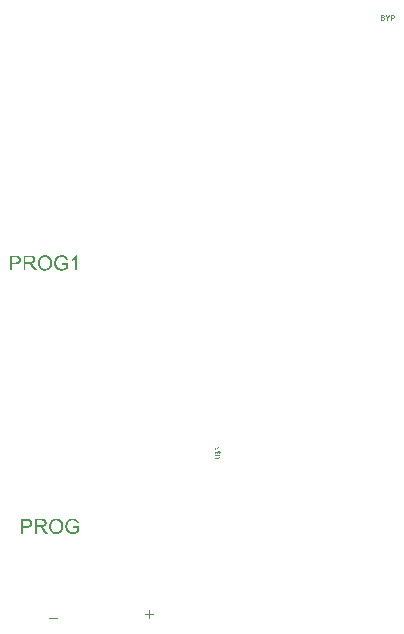
<source format=gto>
G04*
G04 #@! TF.GenerationSoftware,Altium Limited,Altium Designer,23.7.1 (13)*
G04*
G04 Layer_Color=65535*
%FSLAX25Y25*%
%MOIN*%
G70*
G04*
G04 #@! TF.SameCoordinates,D29FC0A6-615C-4A1E-A78D-E47FA92DE2CD*
G04*
G04*
G04 #@! TF.FilePolarity,Positive*
G04*
G01*
G75*
%ADD10C,0.00321*%
%ADD11C,0.00134*%
G36*
X43944Y177231D02*
X43996D01*
X44047Y177227D01*
X44113Y177222D01*
X44179Y177213D01*
X44254Y177203D01*
X44329Y177194D01*
X44493Y177161D01*
X44662Y177119D01*
X44831Y177058D01*
X44835D01*
X44849Y177049D01*
X44873Y177039D01*
X44901Y177025D01*
X44938Y177006D01*
X44980Y176988D01*
X45027Y176959D01*
X45079Y176931D01*
X45187Y176861D01*
X45300Y176781D01*
X45412Y176683D01*
X45511Y176570D01*
X45515Y176566D01*
X45520Y176556D01*
X45534Y176537D01*
X45553Y176514D01*
X45572Y176481D01*
X45595Y176448D01*
X45623Y176401D01*
X45651Y176354D01*
X45679Y176298D01*
X45712Y176237D01*
X45745Y176172D01*
X45778Y176096D01*
X45806Y176021D01*
X45839Y175937D01*
X45867Y175853D01*
X45890Y175759D01*
X45295Y175595D01*
Y175599D01*
X45290Y175613D01*
X45285Y175632D01*
X45276Y175656D01*
X45267Y175688D01*
X45253Y175726D01*
X45220Y175810D01*
X45182Y175909D01*
X45131Y176007D01*
X45079Y176101D01*
X45018Y176190D01*
Y176195D01*
X45009Y176200D01*
X44990Y176228D01*
X44948Y176265D01*
X44896Y176317D01*
X44831Y176373D01*
X44751Y176434D01*
X44652Y176490D01*
X44544Y176542D01*
X44540D01*
X44530Y176547D01*
X44512Y176556D01*
X44488Y176561D01*
X44460Y176575D01*
X44427Y176584D01*
X44385Y176594D01*
X44343Y176608D01*
X44240Y176631D01*
X44127Y176655D01*
X43996Y176669D01*
X43860Y176673D01*
X43785D01*
X43747Y176669D01*
X43700Y176664D01*
X43649D01*
X43592Y176655D01*
X43470Y176640D01*
X43344Y176612D01*
X43208Y176579D01*
X43081Y176533D01*
X43076D01*
X43067Y176528D01*
X43048Y176519D01*
X43025Y176509D01*
X42997Y176495D01*
X42968Y176476D01*
X42893Y176439D01*
X42809Y176383D01*
X42720Y176322D01*
X42631Y176251D01*
X42551Y176172D01*
Y176167D01*
X42542Y176162D01*
X42518Y176134D01*
X42481Y176087D01*
X42439Y176026D01*
X42387Y175956D01*
X42335Y175871D01*
X42284Y175782D01*
X42237Y175684D01*
Y175679D01*
X42228Y175665D01*
X42218Y175637D01*
X42209Y175604D01*
X42195Y175562D01*
X42176Y175510D01*
X42162Y175449D01*
X42143Y175384D01*
X42124Y175313D01*
X42110Y175233D01*
X42092Y175154D01*
X42077Y175065D01*
X42059Y174877D01*
X42049Y174680D01*
Y174671D01*
Y174652D01*
Y174614D01*
X42054Y174572D01*
Y174511D01*
X42063Y174446D01*
X42068Y174375D01*
X42077Y174295D01*
X42092Y174206D01*
X42106Y174117D01*
X42143Y173934D01*
X42199Y173747D01*
X42237Y173658D01*
X42274Y173569D01*
X42279Y173564D01*
X42284Y173550D01*
X42298Y173526D01*
X42317Y173494D01*
X42340Y173461D01*
X42368Y173418D01*
X42406Y173372D01*
X42443Y173320D01*
X42490Y173264D01*
X42537Y173212D01*
X42593Y173156D01*
X42654Y173100D01*
X42715Y173048D01*
X42786Y172996D01*
X42861Y172950D01*
X42940Y172907D01*
X42945D01*
X42959Y172898D01*
X42983Y172889D01*
X43015Y172874D01*
X43058Y172856D01*
X43104Y172837D01*
X43161Y172818D01*
X43222Y172799D01*
X43287Y172781D01*
X43358Y172762D01*
X43517Y172724D01*
X43686Y172701D01*
X43780Y172696D01*
X43869Y172692D01*
X43911D01*
X43944Y172696D01*
X43982D01*
X44024Y172701D01*
X44075Y172706D01*
X44132Y172710D01*
X44197Y172720D01*
X44258Y172734D01*
X44404Y172762D01*
X44549Y172799D01*
X44704Y172856D01*
X44708D01*
X44723Y172865D01*
X44741Y172874D01*
X44769Y172884D01*
X44807Y172898D01*
X44844Y172917D01*
X44934Y172959D01*
X45032Y173010D01*
X45135Y173071D01*
X45234Y173137D01*
X45323Y173203D01*
Y174131D01*
X43860D01*
Y174718D01*
X45965D01*
Y172874D01*
X45961Y172870D01*
X45942Y172856D01*
X45919Y172837D01*
X45881Y172813D01*
X45839Y172781D01*
X45783Y172743D01*
X45726Y172701D01*
X45656Y172659D01*
X45586Y172612D01*
X45506Y172565D01*
X45421Y172513D01*
X45337Y172466D01*
X45154Y172373D01*
X44962Y172293D01*
X44957D01*
X44938Y172283D01*
X44910Y172274D01*
X44873Y172265D01*
X44826Y172251D01*
X44769Y172232D01*
X44708Y172213D01*
X44638Y172199D01*
X44563Y172180D01*
X44479Y172162D01*
X44394Y172148D01*
X44300Y172129D01*
X44108Y172110D01*
X43907Y172101D01*
X43836D01*
X43785Y172105D01*
X43719Y172110D01*
X43644Y172119D01*
X43560Y172129D01*
X43466Y172138D01*
X43367Y172157D01*
X43259Y172176D01*
X43151Y172199D01*
X43034Y172232D01*
X42922Y172265D01*
X42804Y172307D01*
X42687Y172354D01*
X42575Y172410D01*
X42570Y172415D01*
X42546Y172424D01*
X42518Y172443D01*
X42476Y172466D01*
X42429Y172499D01*
X42368Y172541D01*
X42307Y172588D01*
X42237Y172640D01*
X42167Y172701D01*
X42092Y172771D01*
X42016Y172842D01*
X41941Y172926D01*
X41871Y173010D01*
X41801Y173109D01*
X41735Y173207D01*
X41674Y173315D01*
X41669Y173320D01*
X41660Y173343D01*
X41646Y173376D01*
X41627Y173418D01*
X41604Y173475D01*
X41580Y173540D01*
X41552Y173620D01*
X41524Y173705D01*
X41496Y173798D01*
X41468Y173901D01*
X41444Y174009D01*
X41421Y174127D01*
X41402Y174249D01*
X41388Y174375D01*
X41379Y174506D01*
X41374Y174643D01*
Y174652D01*
Y174675D01*
Y174713D01*
X41379Y174765D01*
X41383Y174830D01*
X41388Y174905D01*
X41397Y174990D01*
X41411Y175083D01*
X41425Y175187D01*
X41449Y175290D01*
X41472Y175402D01*
X41500Y175520D01*
X41533Y175637D01*
X41576Y175754D01*
X41622Y175876D01*
X41674Y175993D01*
X41679Y176003D01*
X41688Y176021D01*
X41707Y176054D01*
X41730Y176096D01*
X41763Y176148D01*
X41801Y176209D01*
X41848Y176275D01*
X41899Y176345D01*
X41956Y176420D01*
X42021Y176500D01*
X42092Y176575D01*
X42171Y176655D01*
X42256Y176730D01*
X42345Y176800D01*
X42443Y176866D01*
X42546Y176927D01*
X42551Y176931D01*
X42575Y176941D01*
X42603Y176955D01*
X42645Y176973D01*
X42701Y176997D01*
X42767Y177025D01*
X42837Y177053D01*
X42922Y177081D01*
X43015Y177110D01*
X43114Y177138D01*
X43222Y177166D01*
X43339Y177189D01*
X43461Y177208D01*
X43588Y177222D01*
X43719Y177231D01*
X43855Y177236D01*
X43907D01*
X43944Y177231D01*
D02*
G37*
G36*
X48981Y172185D02*
X48371D01*
Y176064D01*
X48367D01*
X48362Y176054D01*
X48348Y176045D01*
X48329Y176026D01*
X48310Y176007D01*
X48282Y175984D01*
X48217Y175932D01*
X48132Y175867D01*
X48034Y175796D01*
X47916Y175721D01*
X47790Y175642D01*
X47785D01*
X47776Y175632D01*
X47757Y175623D01*
X47729Y175609D01*
X47701Y175590D01*
X47663Y175571D01*
X47579Y175524D01*
X47476Y175473D01*
X47372Y175421D01*
X47260Y175374D01*
X47152Y175327D01*
Y175918D01*
X47157Y175923D01*
X47175Y175928D01*
X47204Y175942D01*
X47236Y175960D01*
X47283Y175984D01*
X47335Y176012D01*
X47391Y176045D01*
X47457Y176082D01*
X47593Y176167D01*
X47743Y176265D01*
X47898Y176378D01*
X48043Y176500D01*
X48048Y176505D01*
X48062Y176514D01*
X48081Y176533D01*
X48104Y176561D01*
X48137Y176589D01*
X48174Y176626D01*
X48212Y176669D01*
X48254Y176711D01*
X48343Y176814D01*
X48437Y176927D01*
X48517Y177044D01*
X48554Y177105D01*
X48587Y177166D01*
X48981D01*
Y172185D01*
D02*
G37*
G36*
X33514Y177142D02*
X33575D01*
X33645Y177138D01*
X33724Y177128D01*
X33884Y177114D01*
X34053Y177091D01*
X34212Y177058D01*
X34287Y177034D01*
X34353Y177011D01*
X34358D01*
X34367Y177006D01*
X34386Y176997D01*
X34409Y176988D01*
X34442Y176969D01*
X34475Y176950D01*
X34555Y176903D01*
X34639Y176838D01*
X34733Y176758D01*
X34780Y176706D01*
X34822Y176655D01*
X34864Y176598D01*
X34906Y176537D01*
X34911Y176533D01*
X34916Y176523D01*
X34925Y176505D01*
X34939Y176476D01*
X34953Y176448D01*
X34972Y176411D01*
X34991Y176364D01*
X35014Y176317D01*
X35033Y176265D01*
X35052Y176209D01*
X35085Y176082D01*
X35108Y175942D01*
X35118Y175867D01*
Y175792D01*
Y175787D01*
Y175768D01*
Y175740D01*
X35113Y175703D01*
X35108Y175660D01*
X35099Y175604D01*
X35089Y175548D01*
X35075Y175482D01*
X35056Y175416D01*
X35033Y175341D01*
X35005Y175271D01*
X34972Y175196D01*
X34935Y175121D01*
X34888Y175046D01*
X34836Y174971D01*
X34775Y174900D01*
X34770Y174896D01*
X34761Y174886D01*
X34738Y174868D01*
X34709Y174844D01*
X34672Y174816D01*
X34630Y174783D01*
X34578Y174746D01*
X34512Y174708D01*
X34442Y174671D01*
X34367Y174633D01*
X34278Y174591D01*
X34184Y174558D01*
X34081Y174521D01*
X33968Y174493D01*
X33847Y174464D01*
X33715Y174446D01*
X33720D01*
X33724Y174441D01*
X33739Y174432D01*
X33757Y174422D01*
X33804Y174399D01*
X33865Y174366D01*
X33926Y174328D01*
X33997Y174286D01*
X34058Y174244D01*
X34114Y174197D01*
X34119Y174192D01*
X34128Y174183D01*
X34142Y174169D01*
X34161Y174150D01*
X34189Y174122D01*
X34217Y174094D01*
X34250Y174056D01*
X34287Y174014D01*
X34372Y173920D01*
X34466Y173808D01*
X34559Y173676D01*
X34658Y173536D01*
X35516Y172185D01*
X34695D01*
X34039Y173217D01*
X34034Y173222D01*
X34025Y173236D01*
X34011Y173259D01*
X33992Y173292D01*
X33968Y173329D01*
X33940Y173372D01*
X33875Y173470D01*
X33800Y173578D01*
X33720Y173690D01*
X33640Y173798D01*
X33603Y173850D01*
X33565Y173897D01*
Y173901D01*
X33556Y173906D01*
X33532Y173934D01*
X33499Y173977D01*
X33452Y174028D01*
X33401Y174084D01*
X33345Y174141D01*
X33284Y174188D01*
X33227Y174230D01*
X33223Y174234D01*
X33204Y174244D01*
X33176Y174263D01*
X33138Y174281D01*
X33091Y174305D01*
X33040Y174328D01*
X32988Y174347D01*
X32932Y174361D01*
X32927D01*
X32908Y174366D01*
X32885Y174371D01*
X32843Y174375D01*
X32791Y174380D01*
X32730Y174385D01*
X32655Y174389D01*
X31806D01*
Y172185D01*
X31150D01*
Y177147D01*
X33457D01*
X33514Y177142D01*
D02*
G37*
G36*
X28556D02*
X28669D01*
X28786Y177133D01*
X28913Y177124D01*
X29035Y177114D01*
X29091Y177105D01*
X29142Y177095D01*
X29147D01*
X29157Y177091D01*
X29180D01*
X29203Y177081D01*
X29236Y177077D01*
X29269Y177067D01*
X29358Y177044D01*
X29452Y177011D01*
X29555Y176973D01*
X29658Y176922D01*
X29752Y176866D01*
X29757D01*
X29761Y176856D01*
X29776Y176847D01*
X29794Y176833D01*
X29836Y176795D01*
X29897Y176744D01*
X29959Y176673D01*
X30024Y176594D01*
X30090Y176495D01*
X30151Y176387D01*
Y176383D01*
X30155Y176373D01*
X30165Y176354D01*
X30174Y176331D01*
X30188Y176303D01*
X30198Y176270D01*
X30212Y176233D01*
X30231Y176186D01*
X30259Y176087D01*
X30282Y175970D01*
X30301Y175843D01*
X30305Y175707D01*
Y175698D01*
Y175679D01*
X30301Y175646D01*
Y175599D01*
X30291Y175548D01*
X30282Y175482D01*
X30273Y175412D01*
X30254Y175337D01*
X30235Y175252D01*
X30207Y175168D01*
X30174Y175079D01*
X30137Y174990D01*
X30090Y174900D01*
X30033Y174811D01*
X29972Y174722D01*
X29902Y174638D01*
X29897Y174633D01*
X29883Y174619D01*
X29860Y174596D01*
X29822Y174572D01*
X29776Y174535D01*
X29719Y174502D01*
X29649Y174460D01*
X29569Y174422D01*
X29475Y174380D01*
X29368Y174338D01*
X29250Y174305D01*
X29119Y174272D01*
X28969Y174244D01*
X28809Y174221D01*
X28636Y174206D01*
X28444Y174202D01*
X27173D01*
Y172185D01*
X26516D01*
Y177147D01*
X28509D01*
X28556Y177142D01*
D02*
G37*
G36*
X38438Y177231D02*
X38494Y177227D01*
X38565Y177217D01*
X38644Y177208D01*
X38733Y177194D01*
X38827Y177175D01*
X38926Y177156D01*
X39029Y177128D01*
X39132Y177095D01*
X39240Y177058D01*
X39348Y177011D01*
X39456Y176964D01*
X39559Y176903D01*
X39564Y176899D01*
X39582Y176889D01*
X39610Y176870D01*
X39648Y176842D01*
X39695Y176809D01*
X39751Y176767D01*
X39808Y176720D01*
X39873Y176664D01*
X39939Y176603D01*
X40009Y176537D01*
X40080Y176462D01*
X40150Y176378D01*
X40216Y176289D01*
X40281Y176195D01*
X40347Y176096D01*
X40403Y175989D01*
X40408Y175984D01*
X40417Y175960D01*
X40431Y175928D01*
X40450Y175885D01*
X40469Y175829D01*
X40497Y175763D01*
X40520Y175688D01*
X40549Y175604D01*
X40577Y175510D01*
X40600Y175407D01*
X40628Y175294D01*
X40647Y175177D01*
X40666Y175055D01*
X40680Y174929D01*
X40689Y174793D01*
X40694Y174657D01*
Y174647D01*
Y174624D01*
Y174582D01*
X40689Y174530D01*
X40685Y174464D01*
X40680Y174385D01*
X40670Y174300D01*
X40656Y174206D01*
X40638Y174103D01*
X40619Y173995D01*
X40595Y173883D01*
X40562Y173770D01*
X40530Y173653D01*
X40488Y173536D01*
X40441Y173418D01*
X40384Y173306D01*
X40380Y173301D01*
X40370Y173278D01*
X40352Y173250D01*
X40328Y173207D01*
X40295Y173161D01*
X40258Y173100D01*
X40216Y173039D01*
X40164Y172968D01*
X40103Y172898D01*
X40042Y172823D01*
X39967Y172748D01*
X39892Y172673D01*
X39808Y172602D01*
X39718Y172532D01*
X39625Y172466D01*
X39521Y172405D01*
X39517Y172401D01*
X39498Y172391D01*
X39465Y172377D01*
X39423Y172359D01*
X39371Y172335D01*
X39310Y172307D01*
X39240Y172283D01*
X39160Y172255D01*
X39076Y172222D01*
X38982Y172199D01*
X38884Y172171D01*
X38776Y172148D01*
X38668Y172129D01*
X38555Y172115D01*
X38438Y172105D01*
X38316Y172101D01*
X38283D01*
X38246Y172105D01*
X38199D01*
X38138Y172110D01*
X38063Y172119D01*
X37983Y172129D01*
X37894Y172143D01*
X37800Y172162D01*
X37702Y172185D01*
X37594Y172208D01*
X37491Y172241D01*
X37383Y172283D01*
X37270Y172326D01*
X37162Y172377D01*
X37059Y172438D01*
X37054Y172443D01*
X37036Y172452D01*
X37007Y172471D01*
X36970Y172499D01*
X36923Y172537D01*
X36871Y172574D01*
X36811Y172626D01*
X36750Y172682D01*
X36684Y172743D01*
X36614Y172813D01*
X36543Y172889D01*
X36478Y172973D01*
X36407Y173057D01*
X36342Y173156D01*
X36281Y173254D01*
X36224Y173362D01*
X36220Y173367D01*
X36210Y173390D01*
X36196Y173418D01*
X36182Y173465D01*
X36159Y173517D01*
X36135Y173583D01*
X36112Y173658D01*
X36084Y173737D01*
X36055Y173827D01*
X36032Y173920D01*
X36009Y174023D01*
X35985Y174131D01*
X35971Y174244D01*
X35957Y174361D01*
X35948Y174478D01*
X35943Y174600D01*
Y174605D01*
Y174614D01*
Y174633D01*
Y174657D01*
X35948Y174685D01*
Y174718D01*
X35952Y174760D01*
Y174802D01*
X35962Y174910D01*
X35976Y175027D01*
X35999Y175159D01*
X36027Y175304D01*
X36060Y175459D01*
X36102Y175613D01*
X36159Y175773D01*
X36224Y175937D01*
X36299Y176096D01*
X36384Y176251D01*
X36487Y176397D01*
X36604Y176533D01*
X36614Y176542D01*
X36637Y176561D01*
X36674Y176598D01*
X36726Y176640D01*
X36792Y176697D01*
X36871Y176753D01*
X36965Y176819D01*
X37069Y176884D01*
X37186Y176950D01*
X37317Y177016D01*
X37458Y177072D01*
X37608Y177128D01*
X37772Y177171D01*
X37946Y177208D01*
X38128Y177227D01*
X38321Y177236D01*
X38386D01*
X38438Y177231D01*
D02*
G37*
G36*
X47664Y89456D02*
X47716D01*
X47767Y89451D01*
X47833Y89446D01*
X47899Y89437D01*
X47974Y89428D01*
X48049Y89418D01*
X48213Y89385D01*
X48382Y89343D01*
X48551Y89282D01*
X48555D01*
X48569Y89273D01*
X48593Y89263D01*
X48621Y89249D01*
X48658Y89231D01*
X48701Y89212D01*
X48748Y89184D01*
X48799Y89156D01*
X48907Y89085D01*
X49020Y89006D01*
X49132Y88907D01*
X49231Y88794D01*
X49235Y88790D01*
X49240Y88780D01*
X49254Y88762D01*
X49273Y88738D01*
X49292Y88705D01*
X49315Y88673D01*
X49343Y88626D01*
X49371Y88579D01*
X49400Y88522D01*
X49432Y88461D01*
X49465Y88396D01*
X49498Y88321D01*
X49526Y88246D01*
X49559Y88161D01*
X49587Y88077D01*
X49611Y87983D01*
X49015Y87819D01*
Y87824D01*
X49010Y87838D01*
X49005Y87856D01*
X48996Y87880D01*
X48987Y87913D01*
X48973Y87950D01*
X48940Y88035D01*
X48902Y88133D01*
X48851Y88232D01*
X48799Y88325D01*
X48738Y88415D01*
Y88419D01*
X48729Y88424D01*
X48710Y88452D01*
X48668Y88490D01*
X48616Y88541D01*
X48551Y88598D01*
X48471Y88658D01*
X48372Y88715D01*
X48265Y88766D01*
X48260D01*
X48250Y88771D01*
X48232Y88780D01*
X48208Y88785D01*
X48180Y88799D01*
X48147Y88809D01*
X48105Y88818D01*
X48063Y88832D01*
X47960Y88855D01*
X47847Y88879D01*
X47716Y88893D01*
X47580Y88898D01*
X47505D01*
X47467Y88893D01*
X47420Y88888D01*
X47369D01*
X47313Y88879D01*
X47190Y88865D01*
X47064Y88837D01*
X46928Y88804D01*
X46801Y88757D01*
X46797D01*
X46787Y88752D01*
X46768Y88743D01*
X46745Y88734D01*
X46717Y88719D01*
X46689Y88701D01*
X46614Y88663D01*
X46529Y88607D01*
X46440Y88546D01*
X46351Y88476D01*
X46271Y88396D01*
Y88391D01*
X46262Y88386D01*
X46238Y88358D01*
X46201Y88311D01*
X46159Y88250D01*
X46107Y88180D01*
X46055Y88096D01*
X46004Y88007D01*
X45957Y87908D01*
Y87903D01*
X45948Y87889D01*
X45938Y87861D01*
X45929Y87828D01*
X45915Y87786D01*
X45896Y87735D01*
X45882Y87673D01*
X45863Y87608D01*
X45845Y87537D01*
X45830Y87458D01*
X45812Y87378D01*
X45798Y87289D01*
X45779Y87101D01*
X45769Y86904D01*
Y86895D01*
Y86876D01*
Y86839D01*
X45774Y86796D01*
Y86735D01*
X45783Y86670D01*
X45788Y86599D01*
X45798Y86520D01*
X45812Y86431D01*
X45826Y86342D01*
X45863Y86159D01*
X45919Y85971D01*
X45957Y85882D01*
X45995Y85793D01*
X45999Y85788D01*
X46004Y85774D01*
X46018Y85751D01*
X46037Y85718D01*
X46060Y85685D01*
X46088Y85643D01*
X46126Y85596D01*
X46163Y85544D01*
X46210Y85488D01*
X46257Y85436D01*
X46314Y85380D01*
X46374Y85324D01*
X46435Y85272D01*
X46506Y85221D01*
X46581Y85174D01*
X46661Y85132D01*
X46665D01*
X46679Y85122D01*
X46703Y85113D01*
X46736Y85099D01*
X46778Y85080D01*
X46825Y85061D01*
X46881Y85042D01*
X46942Y85024D01*
X47008Y85005D01*
X47078Y84986D01*
X47237Y84949D01*
X47406Y84925D01*
X47500Y84921D01*
X47589Y84916D01*
X47631D01*
X47664Y84921D01*
X47702D01*
X47744Y84925D01*
X47796Y84930D01*
X47852Y84935D01*
X47918Y84944D01*
X47978Y84958D01*
X48124Y84986D01*
X48269Y85024D01*
X48424Y85080D01*
X48429D01*
X48443Y85089D01*
X48461Y85099D01*
X48490Y85108D01*
X48527Y85122D01*
X48565Y85141D01*
X48654Y85183D01*
X48752Y85235D01*
X48856Y85296D01*
X48954Y85361D01*
X49043Y85427D01*
Y86356D01*
X47580D01*
Y86942D01*
X49686D01*
Y85099D01*
X49681Y85094D01*
X49662Y85080D01*
X49639Y85061D01*
X49601Y85038D01*
X49559Y85005D01*
X49503Y84967D01*
X49446Y84925D01*
X49376Y84883D01*
X49306Y84836D01*
X49226Y84789D01*
X49142Y84738D01*
X49057Y84691D01*
X48874Y84597D01*
X48682Y84517D01*
X48677D01*
X48658Y84508D01*
X48630Y84498D01*
X48593Y84489D01*
X48546Y84475D01*
X48490Y84456D01*
X48429Y84437D01*
X48358Y84423D01*
X48283Y84405D01*
X48199Y84386D01*
X48114Y84372D01*
X48021Y84353D01*
X47828Y84334D01*
X47627Y84325D01*
X47556D01*
X47505Y84329D01*
X47439Y84334D01*
X47364Y84344D01*
X47280Y84353D01*
X47186Y84362D01*
X47087Y84381D01*
X46979Y84400D01*
X46872Y84423D01*
X46754Y84456D01*
X46642Y84489D01*
X46525Y84531D01*
X46407Y84578D01*
X46295Y84634D01*
X46290Y84639D01*
X46267Y84649D01*
X46238Y84667D01*
X46196Y84691D01*
X46149Y84724D01*
X46088Y84766D01*
X46027Y84813D01*
X45957Y84864D01*
X45887Y84925D01*
X45812Y84996D01*
X45737Y85066D01*
X45662Y85150D01*
X45591Y85235D01*
X45521Y85333D01*
X45455Y85432D01*
X45394Y85540D01*
X45390Y85544D01*
X45380Y85568D01*
X45366Y85601D01*
X45347Y85643D01*
X45324Y85699D01*
X45300Y85765D01*
X45272Y85844D01*
X45244Y85929D01*
X45216Y86023D01*
X45188Y86126D01*
X45164Y86234D01*
X45141Y86351D01*
X45122Y86473D01*
X45108Y86599D01*
X45099Y86731D01*
X45094Y86867D01*
Y86876D01*
Y86900D01*
Y86937D01*
X45099Y86989D01*
X45103Y87054D01*
X45108Y87129D01*
X45118Y87214D01*
X45132Y87308D01*
X45146Y87411D01*
X45169Y87514D01*
X45193Y87627D01*
X45221Y87744D01*
X45254Y87861D01*
X45296Y87978D01*
X45343Y88100D01*
X45394Y88218D01*
X45399Y88227D01*
X45408Y88246D01*
X45427Y88279D01*
X45450Y88321D01*
X45483Y88372D01*
X45521Y88433D01*
X45568Y88499D01*
X45619Y88569D01*
X45676Y88644D01*
X45741Y88724D01*
X45812Y88799D01*
X45891Y88879D01*
X45976Y88954D01*
X46065Y89024D01*
X46163Y89090D01*
X46267Y89151D01*
X46271Y89156D01*
X46295Y89165D01*
X46323Y89179D01*
X46365Y89198D01*
X46421Y89221D01*
X46487Y89249D01*
X46557Y89277D01*
X46642Y89306D01*
X46736Y89334D01*
X46834Y89362D01*
X46942Y89390D01*
X47059Y89413D01*
X47181Y89432D01*
X47308Y89446D01*
X47439Y89456D01*
X47575Y89460D01*
X47627D01*
X47664Y89456D01*
D02*
G37*
G36*
X37234Y89367D02*
X37295D01*
X37365Y89362D01*
X37445Y89353D01*
X37604Y89338D01*
X37773Y89315D01*
X37933Y89282D01*
X38008Y89259D01*
X38073Y89235D01*
X38078D01*
X38087Y89231D01*
X38106Y89221D01*
X38129Y89212D01*
X38162Y89193D01*
X38195Y89174D01*
X38275Y89127D01*
X38359Y89062D01*
X38453Y88982D01*
X38500Y88930D01*
X38542Y88879D01*
X38584Y88823D01*
X38627Y88762D01*
X38631Y88757D01*
X38636Y88748D01*
X38645Y88729D01*
X38659Y88701D01*
X38673Y88673D01*
X38692Y88635D01*
X38711Y88588D01*
X38734Y88541D01*
X38753Y88490D01*
X38772Y88433D01*
X38805Y88307D01*
X38828Y88166D01*
X38838Y88091D01*
Y88016D01*
Y88011D01*
Y87992D01*
Y87964D01*
X38833Y87927D01*
X38828Y87885D01*
X38819Y87828D01*
X38809Y87772D01*
X38795Y87706D01*
X38777Y87641D01*
X38753Y87566D01*
X38725Y87495D01*
X38692Y87420D01*
X38655Y87345D01*
X38608Y87270D01*
X38556Y87195D01*
X38495Y87125D01*
X38491Y87120D01*
X38481Y87111D01*
X38458Y87092D01*
X38430Y87068D01*
X38392Y87040D01*
X38350Y87007D01*
X38298Y86970D01*
X38233Y86932D01*
X38162Y86895D01*
X38087Y86857D01*
X37998Y86815D01*
X37904Y86782D01*
X37801Y86745D01*
X37689Y86717D01*
X37567Y86689D01*
X37435Y86670D01*
X37440D01*
X37445Y86665D01*
X37459Y86656D01*
X37477Y86646D01*
X37524Y86623D01*
X37585Y86590D01*
X37646Y86553D01*
X37717Y86510D01*
X37778Y86468D01*
X37834Y86421D01*
X37839Y86417D01*
X37848Y86407D01*
X37862Y86393D01*
X37881Y86374D01*
X37909Y86346D01*
X37937Y86318D01*
X37970Y86281D01*
X38008Y86238D01*
X38092Y86145D01*
X38186Y86032D01*
X38280Y85901D01*
X38378Y85760D01*
X39236Y84409D01*
X38416D01*
X37759Y85441D01*
X37754Y85446D01*
X37745Y85460D01*
X37731Y85483D01*
X37712Y85516D01*
X37689Y85554D01*
X37660Y85596D01*
X37595Y85694D01*
X37520Y85802D01*
X37440Y85915D01*
X37360Y86023D01*
X37323Y86074D01*
X37285Y86121D01*
Y86126D01*
X37276Y86130D01*
X37252Y86159D01*
X37220Y86201D01*
X37173Y86252D01*
X37121Y86309D01*
X37065Y86365D01*
X37004Y86412D01*
X36948Y86454D01*
X36943Y86459D01*
X36924Y86468D01*
X36896Y86487D01*
X36858Y86506D01*
X36812Y86529D01*
X36760Y86553D01*
X36708Y86571D01*
X36652Y86585D01*
X36647D01*
X36629Y86590D01*
X36605Y86595D01*
X36563Y86599D01*
X36511Y86604D01*
X36450Y86609D01*
X36375Y86614D01*
X35526D01*
Y84409D01*
X34870D01*
Y89371D01*
X37177D01*
X37234Y89367D01*
D02*
G37*
G36*
X32276D02*
X32389D01*
X32506Y89357D01*
X32633Y89348D01*
X32755Y89338D01*
X32811Y89329D01*
X32863Y89320D01*
X32867D01*
X32877Y89315D01*
X32900D01*
X32923Y89306D01*
X32956Y89301D01*
X32989Y89292D01*
X33078Y89268D01*
X33172Y89235D01*
X33275Y89198D01*
X33378Y89146D01*
X33472Y89090D01*
X33477D01*
X33482Y89081D01*
X33496Y89071D01*
X33514Y89057D01*
X33557Y89020D01*
X33618Y88968D01*
X33679Y88898D01*
X33744Y88818D01*
X33810Y88719D01*
X33871Y88612D01*
Y88607D01*
X33876Y88598D01*
X33885Y88579D01*
X33894Y88555D01*
X33908Y88527D01*
X33918Y88494D01*
X33932Y88457D01*
X33951Y88410D01*
X33979Y88311D01*
X34002Y88194D01*
X34021Y88068D01*
X34026Y87932D01*
Y87922D01*
Y87903D01*
X34021Y87871D01*
Y87824D01*
X34012Y87772D01*
X34002Y87706D01*
X33993Y87636D01*
X33974Y87561D01*
X33955Y87476D01*
X33927Y87392D01*
X33894Y87303D01*
X33857Y87214D01*
X33810Y87125D01*
X33754Y87036D01*
X33693Y86947D01*
X33622Y86862D01*
X33618Y86857D01*
X33604Y86843D01*
X33580Y86820D01*
X33543Y86796D01*
X33496Y86759D01*
X33439Y86726D01*
X33369Y86684D01*
X33289Y86646D01*
X33195Y86604D01*
X33088Y86562D01*
X32970Y86529D01*
X32839Y86496D01*
X32689Y86468D01*
X32530Y86445D01*
X32356Y86431D01*
X32164Y86426D01*
X30893D01*
Y84409D01*
X30236D01*
Y89371D01*
X32229D01*
X32276Y89367D01*
D02*
G37*
G36*
X42158Y89456D02*
X42214Y89451D01*
X42285Y89442D01*
X42364Y89432D01*
X42454Y89418D01*
X42547Y89399D01*
X42646Y89381D01*
X42749Y89353D01*
X42852Y89320D01*
X42960Y89282D01*
X43068Y89235D01*
X43176Y89188D01*
X43279Y89127D01*
X43284Y89123D01*
X43303Y89113D01*
X43331Y89095D01*
X43368Y89066D01*
X43415Y89034D01*
X43471Y88991D01*
X43528Y88945D01*
X43593Y88888D01*
X43659Y88827D01*
X43729Y88762D01*
X43800Y88687D01*
X43870Y88602D01*
X43936Y88513D01*
X44001Y88419D01*
X44067Y88321D01*
X44123Y88213D01*
X44128Y88208D01*
X44137Y88185D01*
X44151Y88152D01*
X44170Y88110D01*
X44189Y88053D01*
X44217Y87988D01*
X44240Y87913D01*
X44269Y87828D01*
X44297Y87735D01*
X44320Y87631D01*
X44348Y87519D01*
X44367Y87401D01*
X44386Y87280D01*
X44400Y87153D01*
X44409Y87017D01*
X44414Y86881D01*
Y86871D01*
Y86848D01*
Y86806D01*
X44409Y86754D01*
X44405Y86689D01*
X44400Y86609D01*
X44391Y86524D01*
X44377Y86431D01*
X44358Y86327D01*
X44339Y86220D01*
X44315Y86107D01*
X44283Y85994D01*
X44250Y85877D01*
X44208Y85760D01*
X44161Y85643D01*
X44104Y85530D01*
X44100Y85526D01*
X44090Y85502D01*
X44072Y85474D01*
X44048Y85432D01*
X44015Y85385D01*
X43978Y85324D01*
X43936Y85263D01*
X43884Y85193D01*
X43823Y85122D01*
X43762Y85047D01*
X43687Y84972D01*
X43612Y84897D01*
X43528Y84827D01*
X43439Y84756D01*
X43345Y84691D01*
X43242Y84630D01*
X43237Y84625D01*
X43218Y84616D01*
X43185Y84602D01*
X43143Y84583D01*
X43091Y84559D01*
X43031Y84531D01*
X42960Y84508D01*
X42880Y84480D01*
X42796Y84447D01*
X42702Y84423D01*
X42604Y84395D01*
X42496Y84372D01*
X42388Y84353D01*
X42275Y84339D01*
X42158Y84329D01*
X42036Y84325D01*
X42003D01*
X41966Y84329D01*
X41919D01*
X41858Y84334D01*
X41783Y84344D01*
X41703Y84353D01*
X41614Y84367D01*
X41520Y84386D01*
X41422Y84409D01*
X41314Y84433D01*
X41211Y84466D01*
X41103Y84508D01*
X40990Y84550D01*
X40883Y84602D01*
X40779Y84662D01*
X40775Y84667D01*
X40756Y84677D01*
X40728Y84695D01*
X40690Y84724D01*
X40643Y84761D01*
X40592Y84799D01*
X40531Y84850D01*
X40470Y84906D01*
X40404Y84967D01*
X40334Y85038D01*
X40263Y85113D01*
X40198Y85197D01*
X40127Y85282D01*
X40062Y85380D01*
X40001Y85479D01*
X39944Y85587D01*
X39940Y85591D01*
X39930Y85615D01*
X39916Y85643D01*
X39902Y85690D01*
X39879Y85741D01*
X39855Y85807D01*
X39832Y85882D01*
X39804Y85962D01*
X39776Y86051D01*
X39752Y86145D01*
X39729Y86248D01*
X39705Y86356D01*
X39691Y86468D01*
X39677Y86585D01*
X39668Y86703D01*
X39663Y86825D01*
Y86829D01*
Y86839D01*
Y86857D01*
Y86881D01*
X39668Y86909D01*
Y86942D01*
X39672Y86984D01*
Y87026D01*
X39682Y87134D01*
X39696Y87251D01*
X39719Y87383D01*
X39748Y87528D01*
X39780Y87683D01*
X39823Y87838D01*
X39879Y87997D01*
X39944Y88161D01*
X40020Y88321D01*
X40104Y88476D01*
X40207Y88621D01*
X40324Y88757D01*
X40334Y88766D01*
X40357Y88785D01*
X40395Y88823D01*
X40446Y88865D01*
X40512Y88921D01*
X40592Y88977D01*
X40685Y89043D01*
X40789Y89109D01*
X40906Y89174D01*
X41037Y89240D01*
X41178Y89296D01*
X41328Y89353D01*
X41492Y89395D01*
X41666Y89432D01*
X41849Y89451D01*
X42041Y89460D01*
X42107D01*
X42158Y89456D01*
D02*
G37*
G36*
X96218Y113188D02*
X96232Y113186D01*
X96250Y113184D01*
X96272Y113181D01*
X96294Y113175D01*
X96320Y113170D01*
X96346Y113162D01*
X96375Y113152D01*
X96403Y113139D01*
X96434Y113125D01*
X96464Y113107D01*
X96492Y113087D01*
X96522Y113063D01*
X96549Y113036D01*
X96551Y113034D01*
X96555Y113029D01*
X96562Y113021D01*
X96571Y113009D01*
X96582Y112994D01*
X96594Y112976D01*
X96608Y112955D01*
X96621Y112931D01*
X96635Y112906D01*
X96648Y112875D01*
X96660Y112844D01*
X96671Y112811D01*
X96680Y112775D01*
X96687Y112736D01*
X96692Y112696D01*
X96693Y112654D01*
Y112645D01*
X96692Y112634D01*
Y112619D01*
X96688Y112601D01*
X96687Y112580D01*
X96683Y112557D01*
X96678Y112532D01*
X96671Y112505D01*
X96663Y112478D01*
X96653Y112448D01*
X96640Y112419D01*
X96627Y112391D01*
X96610Y112361D01*
X96591Y112334D01*
X96570Y112307D01*
X96569Y112305D01*
X96564Y112301D01*
X96557Y112294D01*
X96548Y112285D01*
X96535Y112274D01*
X96521Y112262D01*
X96503Y112250D01*
X96483Y112235D01*
X96460Y112222D01*
X96437Y112208D01*
X96409Y112195D01*
X96381Y112182D01*
X96350Y112172D01*
X96316Y112162D01*
X96282Y112154D01*
X96246Y112150D01*
X96220Y112345D01*
X96222D01*
X96228Y112346D01*
X96236Y112347D01*
X96248Y112350D01*
X96261Y112355D01*
X96276Y112359D01*
X96294Y112364D01*
X96312Y112372D01*
X96351Y112387D01*
X96390Y112406D01*
X96428Y112430D01*
X96444Y112442D01*
X96459Y112457D01*
X96460Y112459D01*
X96462Y112461D01*
X96465Y112466D01*
X96469Y112472D01*
X96475Y112479D01*
X96482Y112488D01*
X96487Y112501D01*
X96495Y112513D01*
X96509Y112541D01*
X96519Y112575D01*
X96528Y112613D01*
X96530Y112634D01*
X96531Y112655D01*
Y112669D01*
X96530Y112678D01*
X96528Y112689D01*
X96526Y112703D01*
X96523Y112720D01*
X96519Y112736D01*
X96509Y112772D01*
X96500Y112792D01*
X96491Y112811D01*
X96480Y112830D01*
X96468Y112850D01*
X96453Y112870D01*
X96437Y112888D01*
X96435Y112889D01*
X96432Y112892D01*
X96428Y112897D01*
X96420Y112902D01*
X96409Y112910D01*
X96399Y112917D01*
X96386Y112926D01*
X96372Y112935D01*
X96355Y112943D01*
X96337Y112952D01*
X96318Y112960D01*
X96297Y112967D01*
X96275Y112973D01*
X96252Y112978D01*
X96227Y112980D01*
X96201Y112982D01*
X96200D01*
X96195D01*
X96188D01*
X96179Y112980D01*
X96168Y112979D01*
X96154Y112978D01*
X96140Y112975D01*
X96123Y112971D01*
X96088Y112961D01*
X96070Y112953D01*
X96051Y112944D01*
X96033Y112934D01*
X96015Y112924D01*
X95997Y112908D01*
X95981Y112893D01*
X95979Y112892D01*
X95976Y112889D01*
X95973Y112884D01*
X95967Y112879D01*
X95961Y112870D01*
X95954Y112859D01*
X95944Y112847D01*
X95937Y112833D01*
X95929Y112817D01*
X95920Y112801D01*
X95907Y112763D01*
X95901Y112742D01*
X95897Y112720D01*
X95895Y112696D01*
X95894Y112670D01*
Y112661D01*
X95895Y112649D01*
X95897Y112633D01*
X95898Y112613D01*
X95903Y112589D01*
X95907Y112564D01*
X95915Y112533D01*
X95744Y112555D01*
Y112557D01*
X95745Y112566D01*
X95746Y112575D01*
Y112598D01*
X95745Y112607D01*
Y112618D01*
X95744Y112631D01*
X95740Y112645D01*
X95739Y112661D01*
X95730Y112696D01*
X95719Y112733D01*
X95703Y112772D01*
X95694Y112790D01*
X95682Y112810D01*
X95680Y112811D01*
X95679Y112814D01*
X95675Y112819D01*
X95670Y112826D01*
X95662Y112833D01*
X95653Y112841D01*
X95644Y112850D01*
X95632Y112861D01*
X95619Y112870D01*
X95604Y112879D01*
X95587Y112886D01*
X95569Y112895D01*
X95550Y112901D01*
X95529Y112906D01*
X95505Y112908D01*
X95481Y112910D01*
X95480D01*
X95477D01*
X95470D01*
X95463Y112908D01*
X95454D01*
X95443Y112906D01*
X95420Y112901D01*
X95391Y112892D01*
X95361Y112879D01*
X95346Y112871D01*
X95332Y112861D01*
X95318Y112850D01*
X95304Y112837D01*
X95302Y112835D01*
X95301Y112833D01*
X95298Y112829D01*
X95293Y112823D01*
X95288Y112817D01*
X95281Y112808D01*
X95268Y112787D01*
X95256Y112760D01*
X95244Y112727D01*
X95236Y112691D01*
X95234Y112671D01*
Y112640D01*
X95235Y112631D01*
Y112622D01*
X95236Y112610D01*
X95243Y112584D01*
X95252Y112555D01*
X95263Y112522D01*
X95281Y112490D01*
X95293Y112475D01*
X95306Y112460D01*
X95307Y112459D01*
X95309Y112457D01*
X95313Y112452D01*
X95319Y112448D01*
X95327Y112442D01*
X95336Y112434D01*
X95346Y112428D01*
X95358Y112419D01*
X95373Y112412D01*
X95388Y112403D01*
X95406Y112396D01*
X95425Y112388D01*
X95446Y112381D01*
X95469Y112374D01*
X95493Y112369D01*
X95518Y112364D01*
X95484Y112169D01*
X95481D01*
X95475Y112171D01*
X95464Y112173D01*
X95452Y112177D01*
X95436Y112181D01*
X95416Y112187D01*
X95395Y112193D01*
X95373Y112202D01*
X95349Y112213D01*
X95325Y112223D01*
X95300Y112236D01*
X95274Y112251D01*
X95249Y112268D01*
X95224Y112286D01*
X95202Y112307D01*
X95181Y112329D01*
X95179Y112331D01*
X95177Y112336D01*
X95170Y112343D01*
X95165Y112352D01*
X95156Y112365D01*
X95147Y112381D01*
X95138Y112397D01*
X95127Y112417D01*
X95117Y112439D01*
X95108Y112463D01*
X95099Y112488D01*
X95090Y112517D01*
X95083Y112547D01*
X95078Y112578D01*
X95074Y112611D01*
X95073Y112646D01*
Y112658D01*
X95074Y112669D01*
Y112679D01*
X95076Y112692D01*
X95078Y112707D01*
X95081Y112724D01*
X95086Y112761D01*
X95097Y112801D01*
X95110Y112843D01*
X95130Y112884D01*
Y112886D01*
X95133Y112889D01*
X95136Y112895D01*
X95140Y112902D01*
X95147Y112911D01*
X95152Y112922D01*
X95169Y112946D01*
X95192Y112973D01*
X95217Y113002D01*
X95247Y113029D01*
X95281Y113052D01*
X95283D01*
X95286Y113056D01*
X95290Y113058D01*
X95298Y113061D01*
X95307Y113066D01*
X95318Y113070D01*
X95329Y113076D01*
X95343Y113083D01*
X95373Y113093D01*
X95407Y113102D01*
X95445Y113108D01*
X95486Y113111D01*
X95487D01*
X95490D01*
X95496D01*
X95503Y113110D01*
X95512D01*
X95523Y113108D01*
X95547Y113103D01*
X95577Y113098D01*
X95609Y113087D01*
X95641Y113074D01*
X95673Y113056D01*
X95675D01*
X95676Y113052D01*
X95680Y113049D01*
X95687Y113045D01*
X95701Y113033D01*
X95721Y113015D01*
X95742Y112991D01*
X95764Y112962D01*
X95787Y112929D01*
X95806Y112892D01*
Y112893D01*
X95808Y112898D01*
X95810Y112906D01*
X95812Y112916D01*
X95817Y112926D01*
X95823Y112942D01*
X95829Y112957D01*
X95835Y112973D01*
X95855Y113007D01*
X95877Y113043D01*
X95890Y113061D01*
X95907Y113080D01*
X95924Y113096D01*
X95942Y113111D01*
X95943Y113112D01*
X95946Y113114D01*
X95952Y113119D01*
X95960Y113123D01*
X95970Y113129D01*
X95982Y113135D01*
X95995Y113143D01*
X96012Y113150D01*
X96030Y113157D01*
X96049Y113165D01*
X96070Y113171D01*
X96093Y113177D01*
X96117Y113181D01*
X96143Y113186D01*
X96170Y113188D01*
X96198Y113189D01*
X96201D01*
X96207D01*
X96218Y113188D01*
D02*
G37*
G36*
X96236Y111950D02*
X96249D01*
X96267Y111947D01*
X96286Y111944D01*
X96309Y111941D01*
X96334Y111935D01*
X96360Y111929D01*
X96387Y111920D01*
X96416Y111909D01*
X96444Y111898D01*
X96473Y111882D01*
X96500Y111864D01*
X96528Y111845D01*
X96553Y111822D01*
X96555Y111821D01*
X96560Y111817D01*
X96566Y111809D01*
X96574Y111799D01*
X96585Y111786D01*
X96596Y111772D01*
X96609Y111753D01*
X96621Y111732D01*
X96635Y111710D01*
X96648Y111685D01*
X96660Y111658D01*
X96671Y111629D01*
X96681Y111598D01*
X96688Y111563D01*
X96694Y111529D01*
X96697Y111491D01*
X96894D01*
Y111375D01*
X96699D01*
Y111374D01*
X96697Y111370D01*
Y111362D01*
X96694Y111352D01*
X96693Y111338D01*
X96690Y111325D01*
X96687Y111308D01*
X96684Y111290D01*
X96675Y111252D01*
X96663Y111214D01*
X96649Y111173D01*
X96633Y111137D01*
Y111135D01*
X96630Y111133D01*
X96628Y111128D01*
X96624Y111122D01*
X96612Y111104D01*
X96597Y111083D01*
X96576Y111059D01*
X96549Y111032D01*
X96517Y111005D01*
X96482Y110979D01*
X96480D01*
X96477Y110977D01*
X96471Y110974D01*
X96462Y110969D01*
X96453Y110965D01*
X96439Y110959D01*
X96426Y110952D01*
X96409Y110945D01*
X96391Y110939D01*
X96372Y110932D01*
X96351Y110925D01*
X96329Y110919D01*
X96279Y110909D01*
X96225Y110903D01*
X96188Y111100D01*
X96189D01*
X96195Y111101D01*
X96202Y111102D01*
X96213Y111104D01*
X96227Y111107D01*
X96241Y111110D01*
X96258Y111113D01*
X96276Y111117D01*
X96314Y111129D01*
X96352Y111143D01*
X96389Y111160D01*
X96405Y111169D01*
X96420Y111179D01*
X96421Y111180D01*
X96425Y111184D01*
X96429Y111188D01*
X96437Y111194D01*
X96444Y111202D01*
X96453Y111211D01*
X96474Y111234D01*
X96495Y111263D01*
X96513Y111296D01*
X96521Y111314D01*
X96528Y111334D01*
X96532Y111354D01*
X96535Y111375D01*
X95924D01*
Y111374D01*
X95922Y111370D01*
X95920Y111363D01*
X95917Y111354D01*
X95915Y111344D01*
X95910Y111330D01*
X95906Y111316D01*
X95899Y111299D01*
X95886Y111261D01*
X95868Y111221D01*
X95847Y111176D01*
X95823Y111129D01*
Y111128D01*
X95820Y111125D01*
X95817Y111120D01*
X95814Y111115D01*
X95802Y111098D01*
X95785Y111077D01*
X95764Y111053D01*
X95740Y111029D01*
X95712Y111006D01*
X95679Y110986D01*
X95678D01*
X95675Y110984D01*
X95670Y110981D01*
X95662Y110978D01*
X95653Y110974D01*
X95644Y110970D01*
X95632Y110966D01*
X95619Y110961D01*
X95587Y110951D01*
X95553Y110943D01*
X95512Y110938D01*
X95470Y110936D01*
X95468D01*
X95461D01*
X95451Y110938D01*
X95436Y110939D01*
X95418Y110941D01*
X95397Y110943D01*
X95375Y110948D01*
X95350Y110954D01*
X95323Y110961D01*
X95297Y110972D01*
X95268Y110984D01*
X95240Y110997D01*
X95213Y111015D01*
X95184Y111035D01*
X95158Y111057D01*
X95133Y111083D01*
X95131Y111084D01*
X95129Y111088D01*
X95126Y111093D01*
X95120Y111101D01*
X95112Y111111D01*
X95104Y111124D01*
X95095Y111138D01*
X95086Y111156D01*
X95078Y111176D01*
X95069Y111197D01*
X95060Y111221D01*
X95052Y111248D01*
X95043Y111276D01*
X95037Y111307D01*
X95031Y111339D01*
X95026Y111375D01*
X94933D01*
Y111491D01*
X95026D01*
Y111493D01*
X95028Y111498D01*
Y111507D01*
X95031Y111520D01*
X95033Y111533D01*
X95035Y111549D01*
X95040Y111567D01*
X95044Y111587D01*
X95058Y111630D01*
X95076Y111674D01*
X95099Y111717D01*
X95112Y111739D01*
X95127Y111758D01*
X95129Y111759D01*
X95131Y111764D01*
X95138Y111770D01*
X95147Y111777D01*
X95157Y111788D01*
X95170Y111800D01*
X95186Y111812D01*
X95204Y111824D01*
X95223Y111837D01*
X95245Y111851D01*
X95268Y111863D01*
X95295Y111876D01*
X95322Y111887D01*
X95352Y111896D01*
X95385Y111905D01*
X95418Y111911D01*
X95448Y111710D01*
X95446D01*
X95443Y111708D01*
X95438D01*
X95429Y111707D01*
X95420Y111704D01*
X95409Y111701D01*
X95384Y111695D01*
X95355Y111685D01*
X95327Y111672D01*
X95298Y111656D01*
X95272Y111638D01*
X95270Y111635D01*
X95262Y111627D01*
X95252Y111616D01*
X95240Y111599D01*
X95226Y111578D01*
X95211Y111554D01*
X95199Y111524D01*
X95190Y111491D01*
X95753D01*
Y111493D01*
X95754Y111497D01*
X95755Y111504D01*
X95758Y111515D01*
X95762Y111527D01*
X95766Y111539D01*
X95774Y111571D01*
X95783Y111602D01*
X95793Y111634D01*
X95797Y111648D01*
X95802Y111662D01*
X95806Y111674D01*
X95811Y111685D01*
Y111686D01*
X95812Y111689D01*
X95815Y111694D01*
X95819Y111699D01*
X95828Y111716D01*
X95838Y111737D01*
X95853Y111759D01*
X95869Y111785D01*
X95888Y111809D01*
X95908Y111831D01*
X95912Y111835D01*
X95919Y111840D01*
X95931Y111851D01*
X95947Y111864D01*
X95967Y111880D01*
X95990Y111893D01*
X96017Y111908D01*
X96045Y111920D01*
X96047D01*
X96048Y111922D01*
X96052Y111923D01*
X96058Y111925D01*
X96075Y111931D01*
X96096Y111936D01*
X96122Y111941D01*
X96150Y111947D01*
X96181Y111950D01*
X96216Y111951D01*
X96219D01*
X96225D01*
X96236Y111950D01*
D02*
G37*
G36*
X96036Y110643D02*
X96057D01*
X96079Y110642D01*
X96106Y110641D01*
X96134Y110637D01*
X96163Y110635D01*
X96195Y110632D01*
X96258Y110621D01*
X96320Y110608D01*
X96350Y110600D01*
X96377Y110590D01*
X96378D01*
X96382Y110587D01*
X96390Y110583D01*
X96400Y110579D01*
X96412Y110573D01*
X96426Y110565D01*
X96441Y110556D01*
X96457Y110545D01*
X96475Y110532D01*
X96495Y110518D01*
X96513Y110503D01*
X96532Y110485D01*
X96552Y110465D01*
X96570Y110444D01*
X96589Y110420D01*
X96606Y110395D01*
X96608Y110393D01*
X96609Y110389D01*
X96614Y110380D01*
X96619Y110369D01*
X96626Y110355D01*
X96633Y110337D01*
X96642Y110318D01*
X96649Y110295D01*
X96657Y110270D01*
X96666Y110241D01*
X96674Y110212D01*
X96680Y110178D01*
X96685Y110144D01*
X96688Y110107D01*
X96692Y110066D01*
X96693Y110024D01*
Y110003D01*
X96692Y109986D01*
X96690Y109968D01*
X96688Y109946D01*
X96687Y109921D01*
X96684Y109895D01*
X96680Y109866D01*
X96675Y109836D01*
X96660Y109775D01*
X96653Y109745D01*
X96642Y109715D01*
X96630Y109685D01*
X96617Y109658D01*
X96615Y109657D01*
X96614Y109652D01*
X96609Y109644D01*
X96601Y109635D01*
X96594Y109624D01*
X96585Y109610D01*
X96573Y109595D01*
X96560Y109580D01*
X96544Y109564D01*
X96528Y109547D01*
X96510Y109530D01*
X96491Y109514D01*
X96469Y109497D01*
X96446Y109483D01*
X96421Y109469D01*
X96394Y109457D01*
X96393D01*
X96387Y109454D01*
X96380Y109451D01*
X96368Y109448D01*
X96352Y109443D01*
X96334Y109438D01*
X96314Y109433D01*
X96289Y109427D01*
X96264Y109421D01*
X96234Y109416D01*
X96201Y109411D01*
X96165Y109406D01*
X96127Y109403D01*
X96087Y109400D01*
X96043Y109397D01*
X95997D01*
X95079D01*
Y109607D01*
X95995D01*
X95999D01*
X96004D01*
X96015D01*
X96030D01*
X96047Y109608D01*
X96066D01*
X96088Y109610D01*
X96111Y109611D01*
X96161Y109616D01*
X96211Y109624D01*
X96237Y109626D01*
X96259Y109633D01*
X96282Y109639D01*
X96302Y109644D01*
X96303D01*
X96306Y109646D01*
X96311Y109649D01*
X96318Y109652D01*
X96334Y109662D01*
X96357Y109676D01*
X96381Y109694D01*
X96407Y109716D01*
X96430Y109743D01*
X96451Y109776D01*
Y109778D01*
X96453Y109781D01*
X96456Y109785D01*
X96459Y109793D01*
X96464Y109802D01*
X96468Y109814D01*
X96473Y109826D01*
X96477Y109841D01*
X96483Y109856D01*
X96487Y109874D01*
X96495Y109913D01*
X96501Y109958D01*
X96504Y110006D01*
Y110029D01*
X96503Y110044D01*
X96501Y110063D01*
X96498Y110084D01*
X96495Y110108D01*
X96491Y110134D01*
X96486Y110161D01*
X96478Y110187D01*
X96469Y110216D01*
X96459Y110243D01*
X96447Y110268D01*
X96434Y110294D01*
X96417Y110317D01*
X96399Y110336D01*
X96398Y110337D01*
X96394Y110340D01*
X96387Y110345D01*
X96378Y110351D01*
X96366Y110359D01*
X96350Y110368D01*
X96332Y110377D01*
X96309Y110386D01*
X96284Y110395D01*
X96255Y110404D01*
X96222Y110413D01*
X96184Y110420D01*
X96144Y110426D01*
X96099Y110431D01*
X96049Y110433D01*
X95995Y110435D01*
X95079D01*
Y110645D01*
X95997D01*
X96000D01*
X96008D01*
X96020D01*
X96036Y110643D01*
D02*
G37*
%LPC*%
G36*
X33373Y176598D02*
X31806D01*
Y174957D01*
X33293D01*
X33331Y174961D01*
X33373D01*
X33424Y174966D01*
X33476D01*
X33588Y174980D01*
X33706Y174994D01*
X33818Y175018D01*
X33922Y175046D01*
X33926D01*
X33931Y175051D01*
X33945Y175055D01*
X33964Y175065D01*
X34011Y175088D01*
X34067Y175121D01*
X34128Y175159D01*
X34189Y175210D01*
X34250Y175276D01*
X34306Y175346D01*
Y175351D01*
X34311Y175355D01*
X34330Y175384D01*
X34348Y175426D01*
X34376Y175477D01*
X34400Y175548D01*
X34423Y175623D01*
X34437Y175703D01*
X34442Y175792D01*
Y175796D01*
Y175806D01*
Y175824D01*
X34437Y175853D01*
X34433Y175881D01*
X34428Y175914D01*
X34409Y175998D01*
X34381Y176087D01*
X34334Y176186D01*
X34306Y176233D01*
X34269Y176279D01*
X34231Y176326D01*
X34184Y176368D01*
X34179Y176373D01*
X34170Y176378D01*
X34156Y176392D01*
X34137Y176406D01*
X34109Y176420D01*
X34072Y176444D01*
X34034Y176462D01*
X33987Y176486D01*
X33931Y176505D01*
X33875Y176528D01*
X33804Y176547D01*
X33734Y176561D01*
X33654Y176579D01*
X33565Y176589D01*
X33471Y176594D01*
X33373Y176598D01*
D02*
G37*
G36*
X28598Y176561D02*
X27173D01*
Y174788D01*
X28514D01*
X28556Y174793D01*
X28608Y174797D01*
X28669Y174802D01*
X28734Y174807D01*
X28805Y174816D01*
X28955Y174844D01*
X29105Y174886D01*
X29175Y174915D01*
X29241Y174947D01*
X29302Y174980D01*
X29358Y175022D01*
X29363Y175027D01*
X29372Y175032D01*
X29382Y175046D01*
X29400Y175065D01*
X29419Y175093D01*
X29443Y175121D01*
X29471Y175154D01*
X29494Y175196D01*
X29518Y175238D01*
X29546Y175290D01*
X29569Y175346D01*
X29588Y175402D01*
X29607Y175468D01*
X29621Y175538D01*
X29625Y175609D01*
X29630Y175688D01*
Y175693D01*
Y175703D01*
Y175717D01*
Y175740D01*
X29625Y175768D01*
X29621Y175796D01*
X29611Y175871D01*
X29593Y175956D01*
X29564Y176045D01*
X29522Y176134D01*
X29471Y176218D01*
Y176223D01*
X29461Y176228D01*
X29443Y176256D01*
X29405Y176293D01*
X29358Y176340D01*
X29297Y176392D01*
X29227Y176439D01*
X29147Y176481D01*
X29053Y176514D01*
X29044D01*
X29021Y176523D01*
X29002D01*
X28978Y176528D01*
X28950Y176533D01*
X28917Y176537D01*
X28875Y176542D01*
X28833Y176547D01*
X28781Y176551D01*
X28725D01*
X28664Y176556D01*
X28598Y176561D01*
D02*
G37*
G36*
X38321Y176669D02*
X38288D01*
X38255Y176664D01*
X38203Y176659D01*
X38142Y176655D01*
X38072Y176645D01*
X37992Y176626D01*
X37908Y176608D01*
X37819Y176584D01*
X37720Y176551D01*
X37622Y176514D01*
X37519Y176467D01*
X37416Y176411D01*
X37317Y176345D01*
X37219Y176270D01*
X37120Y176186D01*
X37115Y176181D01*
X37097Y176162D01*
X37073Y176134D01*
X37040Y176092D01*
X37003Y176040D01*
X36961Y175975D01*
X36918Y175900D01*
X36871Y175806D01*
X36825Y175703D01*
X36778Y175585D01*
X36735Y175454D01*
X36698Y175313D01*
X36665Y175154D01*
X36642Y174980D01*
X36623Y174793D01*
X36618Y174591D01*
Y174586D01*
Y174582D01*
Y174567D01*
Y174553D01*
X36623Y174506D01*
X36628Y174441D01*
X36632Y174366D01*
X36642Y174277D01*
X36661Y174183D01*
X36679Y174075D01*
X36703Y173967D01*
X36735Y173850D01*
X36778Y173733D01*
X36820Y173616D01*
X36876Y173498D01*
X36942Y173386D01*
X37017Y173278D01*
X37101Y173175D01*
X37106Y173170D01*
X37125Y173151D01*
X37153Y173128D01*
X37190Y173095D01*
X37237Y173057D01*
X37294Y173015D01*
X37359Y172968D01*
X37434Y172921D01*
X37519Y172870D01*
X37608Y172827D01*
X37711Y172781D01*
X37814Y172743D01*
X37931Y172710D01*
X38049Y172687D01*
X38180Y172668D01*
X38311Y172663D01*
X38344D01*
X38382Y172668D01*
X38433Y172673D01*
X38499Y172677D01*
X38574Y172692D01*
X38654Y172706D01*
X38743Y172729D01*
X38841Y172757D01*
X38940Y172790D01*
X39038Y172832D01*
X39141Y172884D01*
X39245Y172945D01*
X39348Y173010D01*
X39442Y173090D01*
X39535Y173184D01*
X39540Y173189D01*
X39554Y173207D01*
X39582Y173240D01*
X39610Y173283D01*
X39648Y173334D01*
X39690Y173400D01*
X39732Y173475D01*
X39779Y173564D01*
X39821Y173662D01*
X39864Y173775D01*
X39906Y173897D01*
X39944Y174028D01*
X39976Y174169D01*
X40000Y174324D01*
X40014Y174488D01*
X40018Y174661D01*
Y174671D01*
Y174689D01*
Y174722D01*
X40014Y174765D01*
Y174816D01*
X40009Y174877D01*
X40000Y174947D01*
X39995Y175022D01*
X39981Y175102D01*
X39967Y175187D01*
X39929Y175360D01*
X39882Y175543D01*
X39850Y175632D01*
X39812Y175717D01*
Y175721D01*
X39803Y175735D01*
X39789Y175759D01*
X39775Y175792D01*
X39751Y175829D01*
X39728Y175871D01*
X39695Y175923D01*
X39657Y175975D01*
X39573Y176087D01*
X39470Y176200D01*
X39348Y176312D01*
X39277Y176368D01*
X39207Y176415D01*
X39202Y176420D01*
X39188Y176425D01*
X39170Y176439D01*
X39137Y176453D01*
X39099Y176476D01*
X39057Y176495D01*
X39006Y176519D01*
X38949Y176542D01*
X38888Y176566D01*
X38818Y176589D01*
X38743Y176612D01*
X38668Y176631D01*
X38499Y176659D01*
X38410Y176664D01*
X38321Y176669D01*
D02*
G37*
G36*
X37093Y88823D02*
X35526D01*
Y87181D01*
X37013D01*
X37051Y87186D01*
X37093D01*
X37145Y87190D01*
X37196D01*
X37309Y87204D01*
X37426Y87219D01*
X37538Y87242D01*
X37642Y87270D01*
X37646D01*
X37651Y87275D01*
X37665Y87280D01*
X37684Y87289D01*
X37731Y87312D01*
X37787Y87345D01*
X37848Y87383D01*
X37909Y87434D01*
X37970Y87500D01*
X38026Y87570D01*
Y87575D01*
X38031Y87580D01*
X38050Y87608D01*
X38069Y87650D01*
X38097Y87702D01*
X38120Y87772D01*
X38144Y87847D01*
X38158Y87927D01*
X38162Y88016D01*
Y88021D01*
Y88030D01*
Y88049D01*
X38158Y88077D01*
X38153Y88105D01*
X38148Y88138D01*
X38129Y88222D01*
X38101Y88311D01*
X38054Y88410D01*
X38026Y88457D01*
X37989Y88504D01*
X37951Y88551D01*
X37904Y88593D01*
X37900Y88598D01*
X37890Y88602D01*
X37876Y88616D01*
X37857Y88630D01*
X37829Y88644D01*
X37792Y88668D01*
X37754Y88687D01*
X37707Y88710D01*
X37651Y88729D01*
X37595Y88752D01*
X37524Y88771D01*
X37454Y88785D01*
X37374Y88804D01*
X37285Y88813D01*
X37191Y88818D01*
X37093Y88823D01*
D02*
G37*
G36*
X32318Y88785D02*
X30893D01*
Y87012D01*
X32234D01*
X32276Y87017D01*
X32328Y87022D01*
X32389Y87026D01*
X32454Y87031D01*
X32525Y87040D01*
X32675Y87068D01*
X32825Y87111D01*
X32895Y87139D01*
X32961Y87172D01*
X33022Y87204D01*
X33078Y87247D01*
X33083Y87251D01*
X33092Y87256D01*
X33102Y87270D01*
X33121Y87289D01*
X33139Y87317D01*
X33163Y87345D01*
X33191Y87378D01*
X33214Y87420D01*
X33238Y87463D01*
X33266Y87514D01*
X33289Y87570D01*
X33308Y87627D01*
X33327Y87692D01*
X33341Y87763D01*
X33346Y87833D01*
X33350Y87913D01*
Y87917D01*
Y87927D01*
Y87941D01*
Y87964D01*
X33346Y87992D01*
X33341Y88021D01*
X33332Y88096D01*
X33313Y88180D01*
X33285Y88269D01*
X33242Y88358D01*
X33191Y88443D01*
Y88447D01*
X33182Y88452D01*
X33163Y88480D01*
X33125Y88518D01*
X33078Y88565D01*
X33017Y88616D01*
X32947Y88663D01*
X32867Y88705D01*
X32774Y88738D01*
X32764D01*
X32741Y88748D01*
X32722D01*
X32698Y88752D01*
X32670Y88757D01*
X32637Y88762D01*
X32595Y88766D01*
X32553Y88771D01*
X32501Y88776D01*
X32445D01*
X32384Y88780D01*
X32318Y88785D01*
D02*
G37*
G36*
X42041Y88893D02*
X42008D01*
X41975Y88888D01*
X41924Y88884D01*
X41863Y88879D01*
X41792Y88870D01*
X41713Y88851D01*
X41628Y88832D01*
X41539Y88809D01*
X41441Y88776D01*
X41342Y88738D01*
X41239Y88691D01*
X41136Y88635D01*
X41037Y88569D01*
X40939Y88494D01*
X40840Y88410D01*
X40836Y88405D01*
X40817Y88386D01*
X40793Y88358D01*
X40760Y88316D01*
X40723Y88265D01*
X40681Y88199D01*
X40639Y88124D01*
X40592Y88030D01*
X40545Y87927D01*
X40498Y87809D01*
X40456Y87678D01*
X40418Y87537D01*
X40385Y87378D01*
X40362Y87204D01*
X40343Y87017D01*
X40338Y86815D01*
Y86811D01*
Y86806D01*
Y86792D01*
Y86778D01*
X40343Y86731D01*
X40348Y86665D01*
X40352Y86590D01*
X40362Y86501D01*
X40381Y86407D01*
X40399Y86299D01*
X40423Y86191D01*
X40456Y86074D01*
X40498Y85957D01*
X40540Y85840D01*
X40596Y85723D01*
X40662Y85610D01*
X40737Y85502D01*
X40821Y85399D01*
X40826Y85394D01*
X40845Y85375D01*
X40873Y85352D01*
X40911Y85319D01*
X40957Y85282D01*
X41014Y85239D01*
X41079Y85193D01*
X41155Y85146D01*
X41239Y85094D01*
X41328Y85052D01*
X41431Y85005D01*
X41534Y84967D01*
X41652Y84935D01*
X41769Y84911D01*
X41900Y84892D01*
X42031Y84888D01*
X42064D01*
X42102Y84892D01*
X42153Y84897D01*
X42219Y84902D01*
X42294Y84916D01*
X42374Y84930D01*
X42463Y84953D01*
X42562Y84982D01*
X42660Y85014D01*
X42759Y85057D01*
X42862Y85108D01*
X42965Y85169D01*
X43068Y85235D01*
X43162Y85314D01*
X43256Y85408D01*
X43260Y85413D01*
X43274Y85432D01*
X43303Y85465D01*
X43331Y85507D01*
X43368Y85558D01*
X43410Y85624D01*
X43453Y85699D01*
X43499Y85788D01*
X43542Y85887D01*
X43584Y85999D01*
X43626Y86121D01*
X43664Y86252D01*
X43696Y86393D01*
X43720Y86548D01*
X43734Y86712D01*
X43739Y86886D01*
Y86895D01*
Y86914D01*
Y86947D01*
X43734Y86989D01*
Y87040D01*
X43729Y87101D01*
X43720Y87172D01*
X43715Y87247D01*
X43701Y87327D01*
X43687Y87411D01*
X43650Y87584D01*
X43603Y87767D01*
X43570Y87856D01*
X43532Y87941D01*
Y87945D01*
X43523Y87960D01*
X43509Y87983D01*
X43495Y88016D01*
X43471Y88053D01*
X43448Y88096D01*
X43415Y88147D01*
X43378Y88199D01*
X43293Y88311D01*
X43190Y88424D01*
X43068Y88537D01*
X42998Y88593D01*
X42927Y88640D01*
X42923Y88644D01*
X42908Y88649D01*
X42890Y88663D01*
X42857Y88677D01*
X42819Y88701D01*
X42777Y88719D01*
X42726Y88743D01*
X42669Y88766D01*
X42608Y88790D01*
X42538Y88813D01*
X42463Y88837D01*
X42388Y88855D01*
X42219Y88884D01*
X42130Y88888D01*
X42041Y88893D01*
D02*
G37*
G36*
X96229Y111750D02*
X96228D01*
X96225D01*
X96219D01*
X96211Y111749D01*
X96202D01*
X96192Y111748D01*
X96168Y111744D01*
X96141Y111737D01*
X96113Y111728D01*
X96084Y111716D01*
X96058Y111698D01*
X96057D01*
X96056Y111695D01*
X96052Y111692D01*
X96048Y111688D01*
X96042Y111681D01*
X96036Y111674D01*
X96029Y111663D01*
X96021Y111653D01*
X96013Y111639D01*
X96004Y111625D01*
X95995Y111608D01*
X95986Y111589D01*
X95977Y111567D01*
X95970Y111545D01*
X95961Y111520D01*
X95954Y111491D01*
X96535D01*
Y111493D01*
X96534Y111495D01*
Y111502D01*
X96532Y111511D01*
X96530Y111520D01*
X96526Y111530D01*
X96517Y111557D01*
X96505Y111585D01*
X96489Y111617D01*
X96466Y111648D01*
X96453Y111663D01*
X96438Y111677D01*
X96437Y111679D01*
X96434Y111680D01*
X96429Y111685D01*
X96423Y111689D01*
X96414Y111694D01*
X96405Y111701D01*
X96393Y111707D01*
X96381Y111714D01*
X96350Y111728D01*
X96315Y111739D01*
X96275Y111748D01*
X96252Y111749D01*
X96229Y111750D01*
D02*
G37*
G36*
X95723Y111375D02*
X95188D01*
Y111374D01*
X95190Y111371D01*
Y111365D01*
X95193Y111356D01*
X95195Y111347D01*
X95197Y111337D01*
X95206Y111311D01*
X95218Y111281D01*
X95235Y111251D01*
X95254Y111223D01*
X95280Y111196D01*
X95281D01*
X95283Y111193D01*
X95288Y111189D01*
X95293Y111185D01*
X95309Y111174D01*
X95329Y111164D01*
X95355Y111152D01*
X95385Y111142D01*
X95418Y111134D01*
X95436Y111133D01*
X95454Y111131D01*
X95455D01*
X95459D01*
X95463D01*
X95470Y111133D01*
X95480D01*
X95490Y111134D01*
X95512Y111138D01*
X95539Y111144D01*
X95566Y111155D01*
X95595Y111169D01*
X95622Y111187D01*
X95625Y111189D01*
X95632Y111197D01*
X95644Y111211D01*
X95652Y111221D01*
X95660Y111232D01*
X95667Y111243D01*
X95676Y111257D01*
X95683Y111272D01*
X95692Y111290D01*
X95700Y111308D01*
X95707Y111329D01*
X95715Y111352D01*
X95723Y111375D01*
D02*
G37*
%LPD*%
D10*
X39685Y56180D02*
X42361D01*
X72873Y56379D02*
Y59055D01*
X71535Y57717D02*
X74211D01*
D11*
X150212Y257389D02*
Y255716D01*
X151048D01*
X151327Y255995D01*
Y256274D01*
X151048Y256553D01*
X150212D01*
X151048D01*
X151327Y256832D01*
Y257110D01*
X151048Y257389D01*
X150212D01*
X151885D02*
Y257110D01*
X152442Y256553D01*
X153000Y257110D01*
Y257389D01*
X152442Y256553D02*
Y255716D01*
X153558D02*
Y257389D01*
X154394D01*
X154673Y257110D01*
Y256553D01*
X154394Y256274D01*
X153558D01*
M02*

</source>
